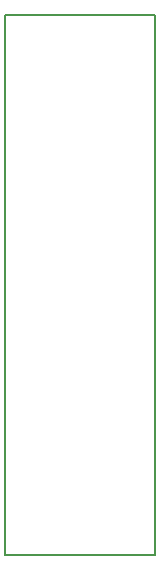
<source format=gm1>
G04 #@! TF.FileFunction,Profile,NP*
%FSLAX46Y46*%
G04 Gerber Fmt 4.6, Leading zero omitted, Abs format (unit mm)*
G04 Created by KiCad (PCBNEW 4.0.1-stable) date Thursday, March 10, 2016 'AMt' 12:00:46 AM*
%MOMM*%
G01*
G04 APERTURE LIST*
%ADD10C,0.100000*%
%ADD11C,0.150000*%
G04 APERTURE END LIST*
D10*
D11*
X158750000Y-148590000D02*
X158750000Y-102870000D01*
X146050000Y-148590000D02*
X158750000Y-148590000D01*
X146050000Y-102870000D02*
X146050000Y-148590000D01*
X158750000Y-102870000D02*
X146050000Y-102870000D01*
M02*

</source>
